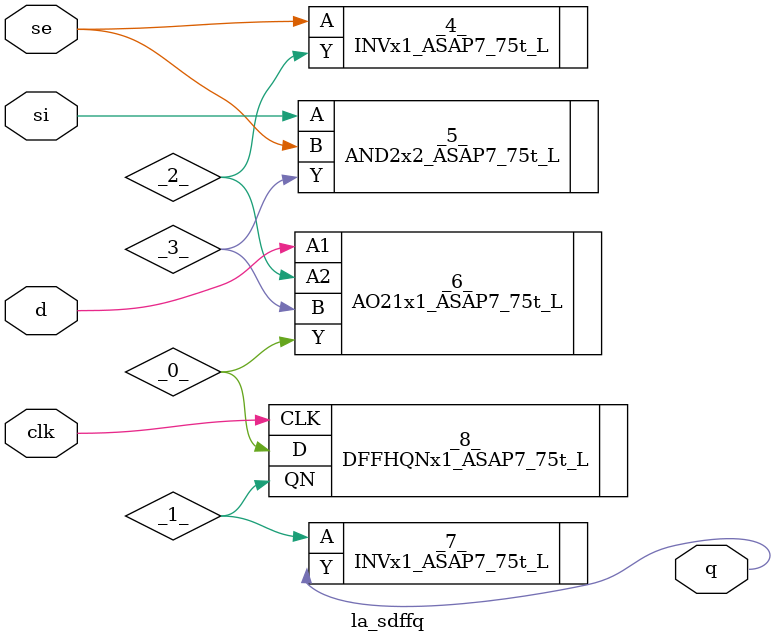
<source format=v>

/* Generated by Yosys 0.44 (git sha1 80ba43d26, g++ 11.4.0-1ubuntu1~22.04 -fPIC -O3) */

(* top =  1  *)
(* src = "generated" *)
module la_sdffq (
    d,
    si,
    se,
    clk,
    q
);
  (* src = "generated" *)
  wire _0_;
  wire _1_;
  wire _2_;
  wire _3_;
  (* src = "generated" *)
  input clk;
  wire clk;
  (* src = "generated" *)
  input d;
  wire d;
  (* src = "generated" *)
  output q;
  wire q;
  (* src = "generated" *)
  input se;
  wire se;
  (* src = "generated" *)
  input si;
  wire si;
  INVx1_ASAP7_75t_L _4_ (
      .A(se),
      .Y(_2_)
  );
  AND2x2_ASAP7_75t_L _5_ (
      .A(si),
      .B(se),
      .Y(_3_)
  );
  AO21x1_ASAP7_75t_L _6_ (
      .A1(d),
      .A2(_2_),
      .B (_3_),
      .Y (_0_)
  );
  INVx1_ASAP7_75t_L _7_ (
      .A(_1_),
      .Y(q)
  );
  (* src = "generated" *)
  DFFHQNx1_ASAP7_75t_L _8_ (
      .CLK(clk),
      .D  (_0_),
      .QN (_1_)
  );
endmodule

</source>
